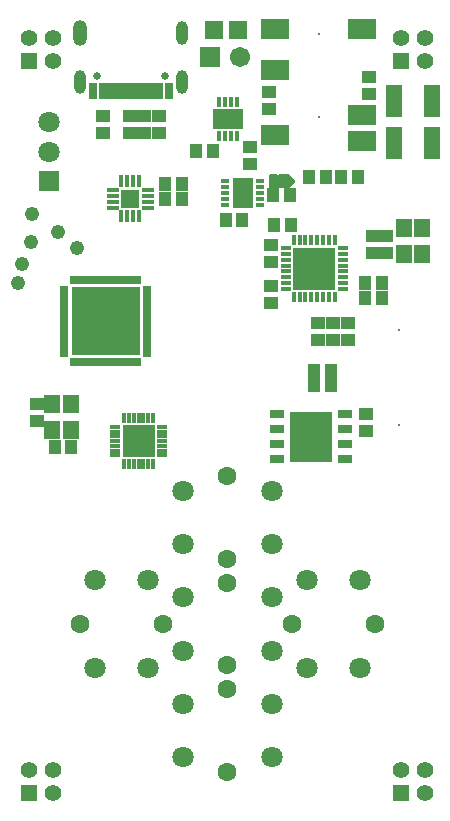
<source format=gts>
G04*
G04 #@! TF.GenerationSoftware,Altium Limited,Altium Designer,21.3.2 (30)*
G04*
G04 Layer_Color=8388736*
%FSTAX24Y24*%
%MOIN*%
G70*
G04*
G04 #@! TF.SameCoordinates,17C352DC-52FB-4B9E-A555-A73132B06FB7*
G04*
G04*
G04 #@! TF.FilePolarity,Negative*
G04*
G01*
G75*
%ADD45R,0.1064X0.1064*%
%ADD46R,0.0356X0.0159*%
%ADD47R,0.0159X0.0356*%
%ADD48R,0.0400X0.0460*%
%ADD49C,0.0198*%
%ADD50R,0.0316X0.0174*%
%ADD51R,0.0710X0.1025*%
%ADD52R,0.0460X0.0400*%
%ADD53R,0.0630X0.0610*%
%ADD54R,0.0178X0.0356*%
%ADD55R,0.1025X0.0671*%
%ADD56R,0.0474X0.0277*%
%ADD57R,0.1419X0.1655*%
%ADD58C,0.0480*%
%ADD59R,0.0552X0.1064*%
%ADD60R,0.0198X0.0572*%
%ADD61R,0.0316X0.0572*%
%ADD62R,0.0552X0.0631*%
%ADD63R,0.1438X0.1438*%
%ADD64R,0.0356X0.0178*%
%ADD65R,0.0178X0.0356*%
%ADD66R,0.2285X0.2285*%
%ADD67R,0.0186X0.0297*%
%ADD68R,0.0297X0.0186*%
%ADD69R,0.0631X0.0631*%
%ADD70R,0.0178X0.0395*%
%ADD71R,0.0395X0.0178*%
%ADD72R,0.0926X0.0671*%
%ADD73C,0.0256*%
%ADD74O,0.0474X0.0867*%
%ADD75O,0.0394X0.0787*%
%ADD76C,0.0080*%
%ADD77C,0.0552*%
%ADD78R,0.0552X0.0552*%
%ADD79C,0.0631*%
%ADD80C,0.0710*%
%ADD81C,0.0671*%
%ADD82R,0.0671X0.0671*%
%ADD83R,0.0710X0.0710*%
%ADD84C,0.0474*%
G36*
X046399Y034847D02*
X046404Y034846D01*
X046409Y034844D01*
X046414Y034842D01*
X046418Y034839D01*
X046422Y034835D01*
X046619Y034638D01*
X046622Y034634D01*
X046625Y03463D01*
X046628Y034625D01*
X046629Y03462D01*
X04663Y034615D01*
X046631Y03461D01*
X04663Y034605D01*
X046629Y0346D01*
X046628Y034595D01*
X046625Y03459D01*
X046622Y034586D01*
X046619Y034582D01*
X046422Y034385D01*
X046418Y034381D01*
X046414Y034378D01*
X046409Y034376D01*
X046404Y034374D01*
X046399Y034373D01*
X046394Y034373D01*
X046098D01*
X046093Y034373D01*
X046088Y034374D01*
X046083Y034376D01*
X046078Y034378D01*
X046074Y034381D01*
X04607Y034385D01*
X046067Y034389D01*
X046064Y034393D01*
X046061Y034398D01*
X04606Y034403D01*
X046059Y034408D01*
X046058Y034413D01*
X046058Y034415D01*
X046028Y034385D01*
X046024Y034381D01*
X04602Y034378D01*
X046015Y034376D01*
X04601Y034374D01*
X046005Y034373D01*
X046Y034373D01*
X045803D01*
X045798Y034373D01*
X045793Y034374D01*
X045788Y034376D01*
X045783Y034378D01*
X045779Y034381D01*
X045775Y034385D01*
X045771Y034389D01*
X045768Y034393D01*
X045766Y034398D01*
X045764Y034403D01*
X045763Y034408D01*
X045763Y034413D01*
Y034807D01*
X045763Y034812D01*
X045764Y034817D01*
X045766Y034822D01*
X045768Y034827D01*
X045771Y034831D01*
X045775Y034835D01*
X045779Y034839D01*
X045783Y034842D01*
X045788Y034844D01*
X045793Y034846D01*
X045798Y034847D01*
X045803Y034847D01*
X046D01*
X046005Y034847D01*
X04601Y034846D01*
X046015Y034844D01*
X04602Y034842D01*
X046024Y034839D01*
X046028Y034835D01*
X046058Y034805D01*
X046058Y034807D01*
X046059Y034812D01*
X04606Y034817D01*
X046061Y034822D01*
X046064Y034827D01*
X046067Y034831D01*
X04607Y034835D01*
X046074Y034839D01*
X046078Y034842D01*
X046083Y034844D01*
X046088Y034846D01*
X046093Y034847D01*
X046098Y034847D01*
X046394D01*
X046399Y034847D01*
D02*
G37*
%LPC*%
G36*
X046237Y034612D02*
X046237Y03461D01*
X046237Y034608D01*
X046239Y03461D01*
X046237Y034612D01*
D02*
G37*
%LPD*%
D45*
X0414Y02595D02*
D03*
D46*
X042168Y025478D02*
D03*
Y025635D02*
D03*
Y025793D02*
D03*
Y02595D02*
D03*
Y026422D02*
D03*
Y026265D02*
D03*
Y026107D02*
D03*
X040632Y025793D02*
D03*
Y025635D02*
D03*
Y025478D02*
D03*
Y02595D02*
D03*
Y026107D02*
D03*
Y026265D02*
D03*
Y026422D02*
D03*
D47*
X040928Y025182D02*
D03*
X041085D02*
D03*
X041243D02*
D03*
X0414D02*
D03*
X041872D02*
D03*
X041715D02*
D03*
X041557D02*
D03*
X041872Y026718D02*
D03*
X041715D02*
D03*
X041557D02*
D03*
X0414D02*
D03*
X041243D02*
D03*
X041085D02*
D03*
X040928D02*
D03*
D48*
X04952Y03072D02*
D03*
X04896D02*
D03*
X04952Y03122D02*
D03*
X04896D02*
D03*
X04486Y03333D02*
D03*
X0443D02*
D03*
X04388Y03561D02*
D03*
X04332D02*
D03*
X04591Y03316D02*
D03*
X04647D02*
D03*
X04644Y03414D02*
D03*
X04588D02*
D03*
X03916Y02575D02*
D03*
X0386D02*
D03*
X04782Y02782D02*
D03*
X04726D02*
D03*
X04782Y028301D02*
D03*
X04726D02*
D03*
X048156Y03474D02*
D03*
X048716D02*
D03*
X04709D02*
D03*
X04765D02*
D03*
X04285Y03402D02*
D03*
X04229D02*
D03*
X04285Y03452D02*
D03*
X04229D02*
D03*
D49*
X046394Y03461D02*
D03*
X046D02*
D03*
D50*
X044279Y034604D02*
D03*
Y034407D02*
D03*
Y03421D02*
D03*
Y034013D02*
D03*
Y033816D02*
D03*
X045461Y034604D02*
D03*
Y034407D02*
D03*
Y03421D02*
D03*
Y034013D02*
D03*
Y033816D02*
D03*
D51*
X04487Y03421D02*
D03*
D52*
X04512Y03576D02*
D03*
Y0352D02*
D03*
X04582Y03111D02*
D03*
Y03055D02*
D03*
Y03192D02*
D03*
Y03248D02*
D03*
X042094Y036218D02*
D03*
Y036778D02*
D03*
X03801Y02717D02*
D03*
Y02661D02*
D03*
X04966Y03221D02*
D03*
Y03277D02*
D03*
X0492D02*
D03*
Y03221D02*
D03*
X04899Y02629D02*
D03*
Y02685D02*
D03*
X04839Y02932D02*
D03*
Y02988D02*
D03*
X04789Y02932D02*
D03*
Y02988D02*
D03*
X04739Y02932D02*
D03*
Y02988D02*
D03*
X04159Y03622D02*
D03*
Y03678D02*
D03*
X04023Y036778D02*
D03*
Y036218D02*
D03*
X0411Y03622D02*
D03*
Y03678D02*
D03*
X04907Y03808D02*
D03*
Y03752D02*
D03*
X04576Y03702D02*
D03*
Y03758D02*
D03*
D53*
X04471Y03966D02*
D03*
X04391D02*
D03*
D54*
X044085Y036109D02*
D03*
X044282D02*
D03*
X044478D02*
D03*
X044675D02*
D03*
X044085Y037251D02*
D03*
X044282D02*
D03*
X044478D02*
D03*
X044675D02*
D03*
D55*
X04438Y03668D02*
D03*
D56*
X048283Y02635D02*
D03*
Y02685D02*
D03*
Y02585D02*
D03*
Y02535D02*
D03*
X046D02*
D03*
Y02585D02*
D03*
Y02685D02*
D03*
Y02635D02*
D03*
D57*
X04715Y02608D02*
D03*
D58*
X03738Y03122D02*
D03*
X03873Y03292D02*
D03*
X03934Y03239D02*
D03*
X03752Y03185D02*
D03*
X0378Y03259D02*
D03*
X03785Y03352D02*
D03*
D59*
X04991Y03728D02*
D03*
X05117D02*
D03*
Y0359D02*
D03*
X04991D02*
D03*
D60*
X041445Y037602D02*
D03*
X041248D02*
D03*
X041642D02*
D03*
X040658D02*
D03*
X040461D02*
D03*
X040855D02*
D03*
X041839D02*
D03*
X041052D02*
D03*
D61*
X04241D02*
D03*
X03989D02*
D03*
X040205D02*
D03*
X042095D02*
D03*
D62*
X03916Y02718D02*
D03*
X03853D02*
D03*
Y026314D02*
D03*
X03916D02*
D03*
X050235Y033054D02*
D03*
X050865D02*
D03*
Y032188D02*
D03*
X050235D02*
D03*
D63*
X04726Y0317D02*
D03*
D64*
X046315Y032389D02*
D03*
Y032192D02*
D03*
Y031995D02*
D03*
Y031798D02*
D03*
Y031602D02*
D03*
Y031405D02*
D03*
Y031208D02*
D03*
Y031011D02*
D03*
X048205Y031011D02*
D03*
Y031208D02*
D03*
Y031405D02*
D03*
Y031602D02*
D03*
Y031798D02*
D03*
Y031995D02*
D03*
Y032192D02*
D03*
Y032389D02*
D03*
D65*
X046571Y030755D02*
D03*
X046768D02*
D03*
X046965D02*
D03*
X047162D02*
D03*
X047358D02*
D03*
X047555D02*
D03*
X047752D02*
D03*
X047949D02*
D03*
X046571Y032645D02*
D03*
X046768D02*
D03*
X046965D02*
D03*
X047162D02*
D03*
X047358D02*
D03*
X047555D02*
D03*
X047752D02*
D03*
X047949D02*
D03*
D66*
X0403Y02995D02*
D03*
D67*
X040202Y028572D02*
D03*
X041383D02*
D03*
X041186D02*
D03*
X040989D02*
D03*
X040792D02*
D03*
X040595D02*
D03*
X040398D02*
D03*
X040005D02*
D03*
X039808D02*
D03*
X039611D02*
D03*
X039414D02*
D03*
X039217D02*
D03*
X039217Y031328D02*
D03*
X039414D02*
D03*
X039611D02*
D03*
X039808D02*
D03*
X040005D02*
D03*
X040202D02*
D03*
X040398D02*
D03*
X040595D02*
D03*
X040792D02*
D03*
X040989D02*
D03*
X041186D02*
D03*
X041383D02*
D03*
D68*
X041678Y030639D02*
D03*
Y030442D02*
D03*
Y030245D02*
D03*
Y030048D02*
D03*
Y029852D02*
D03*
Y029655D02*
D03*
Y029458D02*
D03*
Y029261D02*
D03*
Y029064D02*
D03*
Y028867D02*
D03*
X038922Y029655D02*
D03*
Y029852D02*
D03*
Y030048D02*
D03*
Y030245D02*
D03*
Y030442D02*
D03*
Y030639D02*
D03*
Y030836D02*
D03*
Y031033D02*
D03*
X041678D02*
D03*
Y030836D02*
D03*
X038922Y028867D02*
D03*
Y029064D02*
D03*
Y029261D02*
D03*
Y029458D02*
D03*
D69*
X041123Y034027D02*
D03*
D70*
X040828Y034617D02*
D03*
X041025D02*
D03*
X041222D02*
D03*
X041418D02*
D03*
Y033436D02*
D03*
X041222D02*
D03*
X041025D02*
D03*
X040828D02*
D03*
D71*
X041714Y034322D02*
D03*
Y034125D02*
D03*
Y033928D02*
D03*
Y033732D02*
D03*
X040533D02*
D03*
Y033928D02*
D03*
Y034125D02*
D03*
Y034322D02*
D03*
D72*
X045953Y03833D02*
D03*
Y039669D02*
D03*
X048847Y035968D02*
D03*
X045953Y036165D02*
D03*
X048847Y036834D02*
D03*
Y039669D02*
D03*
D73*
X042288Y038114D02*
D03*
X040012D02*
D03*
D74*
X039449Y039563D02*
D03*
D75*
Y037917D02*
D03*
X042851Y039563D02*
D03*
Y037917D02*
D03*
D76*
X05007Y02965D02*
D03*
Y0265D02*
D03*
X0474Y039511D02*
D03*
Y036755D02*
D03*
D77*
X050942Y038613D02*
D03*
X050155Y0394D02*
D03*
X050942D02*
D03*
Y014213D02*
D03*
X050155Y015D02*
D03*
X050942D02*
D03*
X03855Y014213D02*
D03*
X037763Y015D02*
D03*
X03855D02*
D03*
Y038613D02*
D03*
X037763Y0394D02*
D03*
X03855D02*
D03*
D78*
X050155Y038613D02*
D03*
Y014213D02*
D03*
X037763D02*
D03*
Y038613D02*
D03*
D79*
X0422Y01985D02*
D03*
X044365Y014929D02*
D03*
Y024771D02*
D03*
Y017685D02*
D03*
Y022015D02*
D03*
X049287Y01985D02*
D03*
X039444D02*
D03*
X046531D02*
D03*
X044365Y018472D02*
D03*
Y021228D02*
D03*
D80*
X045842Y015421D02*
D03*
X042889D02*
D03*
Y024279D02*
D03*
X045842D02*
D03*
X042889Y017193D02*
D03*
Y022507D02*
D03*
X045842Y017193D02*
D03*
Y022507D02*
D03*
X048794Y018374D02*
D03*
Y021326D02*
D03*
X039936Y018374D02*
D03*
Y021326D02*
D03*
X047023Y018374D02*
D03*
Y021326D02*
D03*
X041708Y018374D02*
D03*
Y021326D02*
D03*
X042889Y018964D02*
D03*
X045842D02*
D03*
Y020736D02*
D03*
X042889D02*
D03*
X0384Y0356D02*
D03*
Y036584D02*
D03*
D81*
X04477Y03874D02*
D03*
D82*
X04377D02*
D03*
D83*
X0384Y034616D02*
D03*
D84*
X04499Y03425D02*
D03*
M02*

</source>
